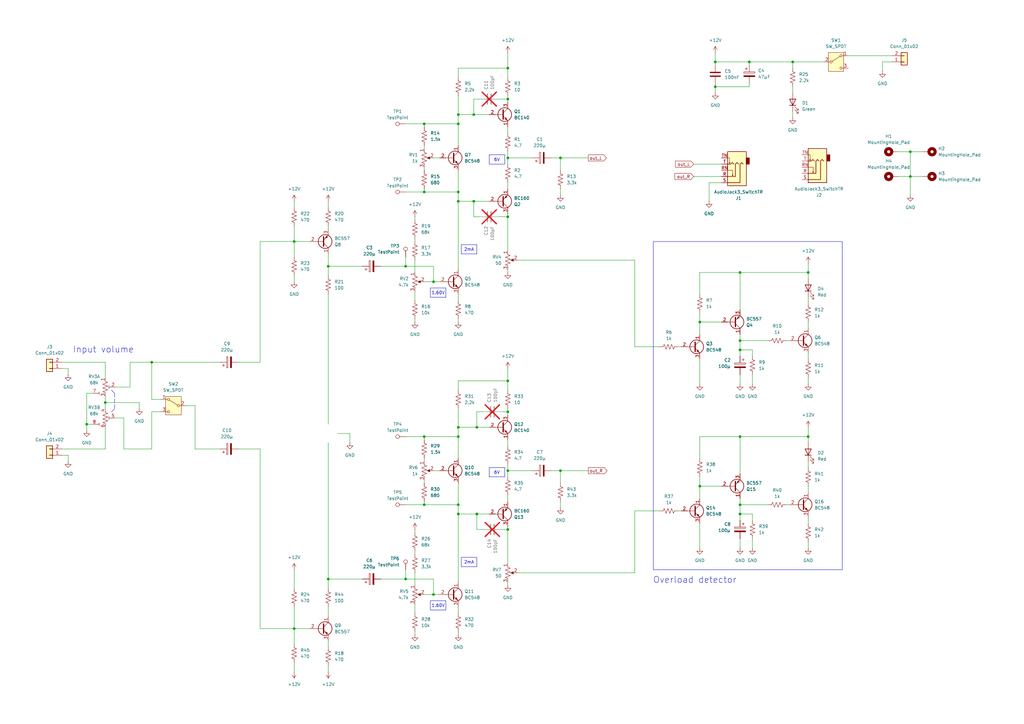
<source format=kicad_sch>
(kicad_sch (version 20250114) (generator "eeschema") (generator_version "9.0")
  (paper "A3")
  (title_block (title "Headphone Amplifier") (date "31 January 2026") (rev "A") (company "QuBi"))
  (rectangle (start 267.97 99.06) (end 345.44 233.68))
  (text "Overload detector" (at 284.988 237.998 0) (effects (font (size 2.54 2.54))))
  (text "Input volume" (at 42.418 143.51 0) (effects (font (size 2.54 2.54))))
  (text_box "1.60V" (at 176.53 118.11 0) (size 6.35 3.81) (margins 0.9525 0.9525 0.9525 0.9525) (effects (font (size 1.27 1.27))))
  (text_box "1.60V" (at 176.53 246.38 0) (size 6.35 3.81) (margins 0.9525 0.9525 0.9525 0.9525) (effects (font (size 1.27 1.27))))
  (text_box "2mA\n" (at 189.23 228.6 0) (size 6.35 3.81) (margins 0.9525 0.9525 0.9525 0.9525) (effects (font (size 1.27 1.27))))
  (text_box "6V\n" (at 200.66 63.5 0) (size 6.35 3.81) (margins 0.9525 0.9525 0.9525 0.9525) (effects (font (size 1.27 1.27))))
  (text_box "2mA\n" (at 189.23 100.33 0) (size 6.35 3.81) (margins 0.9525 0.9525 0.9525 0.9525) (effects (font (size 1.27 1.27))))
  (text_box "6V\n" (at 200.66 191.77 0) (size 6.35 3.81) (margins 0.9525 0.9525 0.9525 0.9525) (effects (font (size 1.27 1.27))))
  (junction (at 43.18 165.1))
  (junction (at 307.34 25.4))
  (junction (at 208.28 168.91))
  (junction (at 62.23 148.59))
  (junction (at 208.28 156.21))
  (junction (at 35.56 173.99))
  (junction (at 293.37 25.4))
  (junction (at 187.96 78.74))
  (junction (at 303.53 210.82))
  (junction (at 173.99 207.01))
  (junction (at 303.53 143.51))
  (junction (at 229.87 193.04))
  (junction (at 373.38 62.23))
  (junction (at 187.96 179.07))
  (junction (at 208.28 40.64))
  (junction (at 166.37 237.49))
  (junction (at 303.53 111.76))
  (junction (at 303.53 139.7))
  (junction (at 177.8 243.84))
  (junction (at 208.28 193.04))
  (junction (at 325.12 25.4))
  (junction (at 177.8 115.57))
  (junction (at 134.62 109.22))
  (junction (at 187.96 175.26))
  (junction (at 195.58 175.26))
  (junction (at 187.96 46.99))
  (junction (at 120.65 99.06))
  (junction (at 303.53 179.07))
  (junction (at 293.37 35.56))
  (junction (at 194.31 82.55))
  (junction (at 173.99 78.74))
  (junction (at 208.28 217.17))
  (junction (at 208.28 64.77))
  (junction (at 173.99 179.07))
  (junction (at 331.47 111.76))
  (junction (at 303.53 207.01))
  (junction (at 287.02 199.39))
  (junction (at 208.28 27.94))
  (junction (at 187.96 210.82))
  (junction (at 194.31 46.99))
  (junction (at 187.96 82.55))
  (junction (at 195.58 210.82))
  (junction (at 208.28 88.9))
  (junction (at 187.96 50.8))
  (junction (at 120.65 257.81))
  (junction (at 287.02 132.08))
  (junction (at 166.37 109.22))
  (junction (at 187.96 207.01))
  (junction (at 229.87 64.77))
  (junction (at 373.38 72.39))
  (junction (at 134.62 237.49))
  (junction (at 331.47 179.07))
  (junction (at 173.99 50.8))
  (wire (pts (xy 170.18 259.08) (xy 170.18 260.35)))
  (wire (pts (xy 303.53 220.98) (xy 303.53 224.79)))
  (wire (pts (xy 331.47 144.78) (xy 331.47 147.32)))
  (wire (pts (xy 278.13 142.24) (xy 279.4 142.24)))
  (wire (pts (xy 290.83 74.93) (xy 295.91 74.93)))
  (wire (pts (xy 120.65 99.06) (xy 127 99.06)))
  (wire (pts (xy 303.53 153.67) (xy 303.53 157.48)))
  (wire (pts (xy 308.61 220.98) (xy 308.61 224.79)))
  (wire (pts (xy 134.62 109.22) (xy 148.59 109.22)))
  (wire (pts (xy 187.96 69.85) (xy 187.96 78.74)))
  (wire (pts (xy 325.12 27.94) (xy 325.12 25.4)))
  (wire (pts (xy 303.53 139.7) (xy 314.96 139.7)))
  (wire (pts (xy 307.34 25.4) (xy 307.34 26.67)))
  (wire (pts (xy 166.37 233.68) (xy 166.37 237.49)))
  (wire (pts (xy 303.53 179.07) (xy 303.53 194.31)))
  (wire (pts (xy 198.12 217.17) (xy 195.58 217.17)))
  (wire (pts (xy 303.53 143.51) (xy 308.61 143.51)))
  (wire (pts (xy 80.01 184.15) (xy 90.17 184.15)))
  (wire (pts (xy 97.79 184.15) (xy 106.68 184.15)))
  (wire (pts (xy 173.99 52.07) (xy 173.99 50.8)))
  (wire (pts (xy 134.62 109.22) (xy 134.62 113.03)))
  (wire (pts (xy 187.96 210.82) (xy 195.58 210.82)))
  (wire (pts (xy 303.53 137.16) (xy 303.53 139.7)))
  (wire (pts (xy 361.95 25.4) (xy 361.95 29.21)))
  (wire (pts (xy 187.96 179.07) (xy 187.96 187.96)))
  (wire (pts (xy 303.53 111.76) (xy 303.53 127)))
  (wire (pts (xy 120.65 271.78) (xy 120.65 275.59)))
  (wire (pts (xy 322.58 207.01) (xy 323.85 207.01)))
  (wire (pts (xy 187.96 39.37) (xy 187.96 46.99)))
  (wire (pts (xy 187.96 210.82) (xy 187.96 238.76)))
  (wire (pts (xy 80.01 166.37) (xy 80.01 184.15)))
  (wire (pts (xy 53.34 148.59) (xy 62.23 148.59)))
  (wire (pts (xy 260.35 142.24) (xy 270.51 142.24)))
  (wire (pts (xy 308.61 213.36) (xy 308.61 210.82)))
  (wire (pts (xy 208.28 180.34) (xy 208.28 182.88)))
  (wire (pts (xy 134.62 82.55) (xy 134.62 85.09)))
  (wire (pts (xy 331.47 134.62) (xy 331.47 132.08)))
  (wire (pts (xy 287.02 199.39) (xy 295.91 199.39)))
  (wire (pts (xy 187.96 259.08) (xy 187.96 260.35)))
  (wire (pts (xy 170.18 130.81) (xy 170.18 132.08)))
  (wire (pts (xy 43.18 162.56) (xy 43.18 165.1)))
  (wire (pts (xy 187.96 82.55) (xy 187.96 110.49)))
  (wire (pts (xy 229.87 69.85) (xy 229.87 64.77)))
  (wire (pts (xy 287.02 111.76) (xy 303.53 111.76)))
  (wire (pts (xy 120.65 99.06) (xy 120.65 105.41)))
  (wire (pts (xy 208.28 110.49) (xy 208.28 111.76)))
  (wire (pts (xy 35.56 161.29) (xy 35.56 173.99)))
  (wire (pts (xy 106.68 148.59) (xy 106.68 99.06)))
  (wire (pts (xy 303.53 139.7) (xy 303.53 143.51)))
  (wire (pts (xy 173.99 78.74) (xy 187.96 78.74)))
  (wire (pts (xy 62.23 184.15) (xy 50.8 184.15)))
  (wire (pts (xy 331.47 201.93) (xy 331.47 199.39)))
  (wire (pts (xy 53.34 158.75) (xy 53.34 148.59)))
  (wire (pts (xy 156.21 109.22) (xy 166.37 109.22)))
  (wire (pts (xy 287.02 214.63) (xy 287.02 224.79)))
  (wire (pts (xy 287.02 132.08) (xy 287.02 137.16)))
  (wire (pts (xy 46.99 171.45) (xy 50.8 171.45)))
  (wire (pts (xy 134.62 237.49) (xy 148.59 237.49)))
  (wire (pts (xy 278.13 209.55) (xy 279.4 209.55)))
  (wire (pts (xy 187.96 248.92) (xy 187.96 251.46)))
  (wire (pts (xy 173.99 68.58) (xy 173.99 69.85)))
  (wire (pts (xy 293.37 35.56) (xy 293.37 38.1)))
  (wire (pts (xy 187.96 160.02) (xy 187.96 156.21)))
  (wire (pts (xy 195.58 175.26) (xy 200.66 175.26)))
  (wire (pts (xy 177.8 193.04) (xy 180.34 193.04)))
  (wire (pts (xy 208.28 217.17) (xy 208.28 231.14)))
  (wire (pts (xy 166.37 109.22) (xy 177.8 109.22)))
  (wire (pts (xy 170.18 226.06) (xy 170.18 227.33)))
  (wire (pts (xy 284.48 67.31) (xy 295.91 67.31)))
  (wire (pts (xy 173.99 243.84) (xy 177.8 243.84)))
  (wire (pts (xy 198.12 168.91) (xy 195.58 168.91)))
  (wire (pts (xy 62.23 168.91) (xy 62.23 184.15)))
  (wire (pts (xy 373.38 72.39) (xy 373.38 80.01)))
  (wire (pts (xy 194.31 40.64) (xy 194.31 46.99)))
  (wire (pts (xy 331.47 107.95) (xy 331.47 111.76)))
  (wire (pts (xy 43.18 154.94) (xy 43.18 148.59)))
  (wire (pts (xy 365.76 25.4) (xy 361.95 25.4)))
  (wire (pts (xy 270.51 209.55) (xy 260.35 209.55)))
  (wire (pts (xy 208.28 27.94) (xy 208.28 31.75)))
  (wire (pts (xy 66.04 168.91) (xy 62.23 168.91)))
  (wire (pts (xy 120.65 257.81) (xy 127 257.81)))
  (wire (pts (xy 208.28 64.77) (xy 218.44 64.77)))
  (wire (pts (xy 27.94 186.69) (xy 27.94 189.23)))
  (wire (pts (xy 187.96 167.64) (xy 187.96 175.26)))
  (wire (pts (xy 331.47 212.09) (xy 331.47 214.63)))
  (wire (pts (xy 325.12 35.56) (xy 325.12 38.1)))
  (wire (pts (xy 187.96 50.8) (xy 187.96 59.69)))
  (wire (pts (xy 195.58 168.91) (xy 195.58 175.26)))
  (wire (pts (xy 308.61 153.67) (xy 308.61 157.48)))
  (wire (pts (xy 170.18 119.38) (xy 170.18 123.19)))
  (wire (pts (xy 194.31 88.9) (xy 194.31 82.55)))
  (wire (pts (xy 194.31 40.64) (xy 196.85 40.64)))
  (wire (pts (xy 166.37 179.07) (xy 173.99 179.07)))
  (wire (pts (xy 187.96 78.74) (xy 187.96 82.55)))
  (wire (pts (xy 106.68 257.81) (xy 120.65 257.81)))
  (wire (pts (xy 25.4 151.13) (xy 27.94 151.13)))
  (wire (pts (xy 205.74 168.91) (xy 208.28 168.91)))
  (wire (pts (xy 331.47 154.94) (xy 331.47 157.48)))
  (wire (pts (xy 166.37 207.01) (xy 173.99 207.01)))
  (wire (pts (xy 208.28 238.76) (xy 208.28 240.03)))
  (wire (pts (xy 43.18 165.1) (xy 43.18 167.64)))
  (wire (pts (xy 303.53 207.01) (xy 314.96 207.01)))
  (wire (pts (xy 170.18 234.95) (xy 170.18 240.03)))
  (wire (pts (xy 229.87 193.04) (xy 241.3 193.04)))
  (polyline (pts (xy 45.72 168.91) (xy 46.99 167.64)) (stroke (width 0) (type dash)))
  (wire (pts (xy 303.53 143.51) (xy 303.53 146.05)))
  (wire (pts (xy 208.28 87.63) (xy 208.28 88.9)))
  (wire (pts (xy 208.28 64.77) (xy 208.28 67.31)))
  (wire (pts (xy 134.62 181.61) (xy 134.62 237.49)))
  (wire (pts (xy 166.37 105.41) (xy 166.37 109.22)))
  (wire (pts (xy 368.3 62.23) (xy 373.38 62.23)))
  (wire (pts (xy 187.96 46.99) (xy 187.96 50.8)))
  (wire (pts (xy 196.85 88.9) (xy 194.31 88.9)))
  (wire (pts (xy 303.53 210.82) (xy 308.61 210.82)))
  (wire (pts (xy 143.51 177.8) (xy 143.51 181.61)))
  (wire (pts (xy 208.28 215.9) (xy 208.28 217.17)))
  (wire (pts (xy 205.74 217.17) (xy 208.28 217.17)))
  (wire (pts (xy 303.53 210.82) (xy 303.53 213.36)))
  (wire (pts (xy 173.99 77.47) (xy 173.99 78.74)))
  (wire (pts (xy 173.99 179.07) (xy 187.96 179.07)))
  (wire (pts (xy 194.31 46.99) (xy 200.66 46.99)))
  (wire (pts (xy 187.96 120.65) (xy 187.96 123.19)))
  (wire (pts (xy 106.68 99.06) (xy 120.65 99.06)))
  (wire (pts (xy 368.3 72.39) (xy 373.38 72.39)))
  (wire (pts (xy 208.28 88.9) (xy 208.28 102.87)))
  (wire (pts (xy 170.18 247.65) (xy 170.18 251.46)))
  (wire (pts (xy 187.96 27.94) (xy 208.28 27.94)))
  (wire (pts (xy 25.4 186.69) (xy 27.94 186.69)))
  (wire (pts (xy 173.99 180.34) (xy 173.99 179.07)))
  (wire (pts (xy 331.47 189.23) (xy 331.47 191.77)))
  (wire (pts (xy 208.28 193.04) (xy 218.44 193.04)))
  (wire (pts (xy 212.09 106.68) (xy 260.35 106.68)))
  (wire (pts (xy 287.02 132.08) (xy 295.91 132.08)))
  (wire (pts (xy 303.53 207.01) (xy 303.53 210.82)))
  (wire (pts (xy 208.28 190.5) (xy 208.28 193.04)))
  (wire (pts (xy 173.99 196.85) (xy 173.99 198.12)))
  (wire (pts (xy 303.53 179.07) (xy 331.47 179.07)))
  (wire (pts (xy 25.4 184.15) (xy 43.18 184.15)))
  (wire (pts (xy 208.28 156.21) (xy 208.28 160.02)))
  (wire (pts (xy 229.87 64.77) (xy 241.3 64.77)))
  (wire (pts (xy 57.15 167.64) (xy 57.15 165.1)))
  (wire (pts (xy 322.58 139.7) (xy 323.85 139.7)))
  (wire (pts (xy 287.02 179.07) (xy 303.53 179.07)))
  (wire (pts (xy 120.65 113.03) (xy 120.65 115.57)))
  (wire (pts (xy 25.4 148.59) (xy 43.18 148.59)))
  (wire (pts (xy 287.02 147.32) (xy 287.02 157.48)))
  (wire (pts (xy 373.38 62.23) (xy 373.38 72.39)))
  (wire (pts (xy 303.53 111.76) (xy 331.47 111.76)))
  (wire (pts (xy 120.65 233.68) (xy 120.65 241.3)))
  (wire (pts (xy 38.1 161.29) (xy 35.56 161.29)))
  (wire (pts (xy 134.62 120.65) (xy 134.62 173.99)))
  (wire (pts (xy 156.21 237.49) (xy 166.37 237.49)))
  (wire (pts (xy 307.34 34.29) (xy 307.34 35.56)))
  (wire (pts (xy 120.65 82.55) (xy 120.65 85.09)))
  (wire (pts (xy 134.62 248.92) (xy 134.62 252.73)))
  (wire (pts (xy 134.62 237.49) (xy 134.62 241.3)))
  (polyline (pts (xy 45.72 160.02) (xy 46.99 161.29)) (stroke (width 0) (type dash)))
  (wire (pts (xy 62.23 148.59) (xy 90.17 148.59)))
  (wire (pts (xy 303.53 204.47) (xy 303.53 207.01)))
  (wire (pts (xy 177.8 64.77) (xy 180.34 64.77)))
  (polyline (pts (xy 46.99 161.29) (xy 46.99 167.64)) (stroke (width 0) (type dash)))
  (wire (pts (xy 208.28 52.07) (xy 208.28 54.61)))
  (wire (pts (xy 173.99 115.57) (xy 177.8 115.57)))
  (wire (pts (xy 46.99 158.75) (xy 53.34 158.75)))
  (wire (pts (xy 208.28 21.59) (xy 208.28 27.94)))
  (wire (pts (xy 287.02 179.07) (xy 287.02 187.96)))
  (wire (pts (xy 208.28 62.23) (xy 208.28 64.77)))
  (wire (pts (xy 187.96 31.75) (xy 187.96 27.94)))
  (wire (pts (xy 187.96 175.26) (xy 187.96 179.07)))
  (wire (pts (xy 173.99 207.01) (xy 187.96 207.01)))
  (wire (pts (xy 284.48 72.39) (xy 295.91 72.39)))
  (wire (pts (xy 134.62 92.71) (xy 134.62 93.98)))
  (wire (pts (xy 38.1 173.99) (xy 35.56 173.99)))
  (wire (pts (xy 120.65 257.81) (xy 120.65 264.16)))
  (wire (pts (xy 229.87 205.74) (xy 229.87 208.28)))
  (wire (pts (xy 293.37 25.4) (xy 293.37 26.67)))
  (wire (pts (xy 66.04 163.83) (xy 62.23 163.83)))
  (wire (pts (xy 177.8 109.22) (xy 177.8 115.57)))
  (wire (pts (xy 166.37 50.8) (xy 173.99 50.8)))
  (wire (pts (xy 170.18 217.17) (xy 170.18 218.44)))
  (wire (pts (xy 194.31 82.55) (xy 200.66 82.55)))
  (wire (pts (xy 35.56 173.99) (xy 35.56 176.53)))
  (wire (pts (xy 177.8 237.49) (xy 177.8 243.84)))
  (wire (pts (xy 208.28 203.2) (xy 208.28 205.74)))
  (wire (pts (xy 331.47 179.07) (xy 331.47 181.61)))
  (wire (pts (xy 166.37 78.74) (xy 173.99 78.74)))
  (wire (pts (xy 208.28 193.04) (xy 208.28 195.58)))
  (wire (pts (xy 97.79 148.59) (xy 106.68 148.59)))
  (wire (pts (xy 204.47 88.9) (xy 208.28 88.9)))
  (wire (pts (xy 331.47 121.92) (xy 331.47 124.46)))
  (wire (pts (xy 120.65 92.71) (xy 120.65 99.06)))
  (wire (pts (xy 170.18 97.79) (xy 170.18 99.06)))
  (wire (pts (xy 331.47 175.26) (xy 331.47 179.07)))
  (wire (pts (xy 166.37 237.49) (xy 177.8 237.49)))
  (wire (pts (xy 173.99 205.74) (xy 173.99 207.01)))
  (wire (pts (xy 76.2 166.37) (xy 80.01 166.37)))
  (wire (pts (xy 325.12 45.72) (xy 325.12 48.26)))
  (wire (pts (xy 195.58 210.82) (xy 200.66 210.82)))
  (wire (pts (xy 287.02 111.76) (xy 287.02 120.65)))
  (wire (pts (xy 208.28 74.93) (xy 208.28 77.47)))
  (wire (pts (xy 195.58 217.17) (xy 195.58 210.82)))
  (wire (pts (xy 208.28 40.64) (xy 208.28 41.91)))
  (wire (pts (xy 212.09 234.95) (xy 260.35 234.95)))
  (wire (pts (xy 293.37 21.59) (xy 293.37 25.4)))
  (wire (pts (xy 307.34 25.4) (xy 325.12 25.4)))
  (wire (pts (xy 187.96 175.26) (xy 195.58 175.26)))
  (wire (pts (xy 331.47 222.25) (xy 331.47 224.79)))
  (wire (pts (xy 373.38 72.39) (xy 378.46 72.39)))
  (wire (pts (xy 134.62 273.05) (xy 134.62 275.59)))
  (wire (pts (xy 287.02 199.39) (xy 287.02 204.47)))
  (wire (pts (xy 307.34 35.56) (xy 293.37 35.56)))
  (wire (pts (xy 308.61 146.05) (xy 308.61 143.51)))
  (wire (pts (xy 138.43 177.8) (xy 143.51 177.8)))
  (wire (pts (xy 170.18 88.9) (xy 170.18 90.17)))
  (wire (pts (xy 325.12 25.4) (xy 337.82 25.4)))
  (wire (pts (xy 134.62 262.89) (xy 134.62 265.43)))
  (wire (pts (xy 204.47 40.64) (xy 208.28 40.64)))
  (wire (pts (xy 293.37 34.29) (xy 293.37 35.56)))
  (wire (pts (xy 173.99 187.96) (xy 173.99 189.23)))
  (wire (pts (xy 173.99 50.8) (xy 187.96 50.8)))
  (wire (pts (xy 226.06 193.04) (xy 229.87 193.04)))
  (wire (pts (xy 187.96 130.81) (xy 187.96 132.08)))
  (wire (pts (xy 229.87 64.77) (xy 226.06 64.77)))
  (wire (pts (xy 170.18 106.68) (xy 170.18 111.76)))
  (wire (pts (xy 106.68 184.15) (xy 106.68 257.81)))
  (wire (pts (xy 27.94 151.13) (xy 27.94 153.67)))
  (wire (pts (xy 62.23 163.83) (xy 62.23 148.59)))
  (wire (pts (xy 173.99 59.69) (xy 173.99 60.96)))
  (wire (pts (xy 187.96 46.99) (xy 194.31 46.99)))
  (wire (pts (xy 208.28 167.64) (xy 208.28 168.91)))
  (wire (pts (xy 120.65 248.92) (xy 120.65 257.81)))
  (wire (pts (xy 287.02 128.27) (xy 287.02 132.08)))
  (wire (pts (xy 229.87 198.12) (xy 229.87 193.04)))
  (wire (pts (xy 229.87 77.47) (xy 229.87 80.01)))
  (wire (pts (xy 187.96 198.12) (xy 187.96 207.01)))
  (wire (pts (xy 208.28 151.13) (xy 208.28 156.21)))
  (wire (pts (xy 260.35 209.55) (xy 260.35 234.95)))
  (wire (pts (xy 347.98 22.86) (xy 365.76 22.86)))
  (wire (pts (xy 208.28 168.91) (xy 208.28 170.18)))
  (wire (pts (xy 43.18 175.26) (xy 43.18 184.15)))
  (wire (pts (xy 373.38 62.23) (xy 378.46 62.23)))
  (wire (pts (xy 208.28 39.37) (xy 208.28 40.64)))
  (wire (pts (xy 290.83 82.55) (xy 290.83 74.93)))
  (wire (pts (xy 177.8 115.57) (xy 180.34 115.57)))
  (wire (pts (xy 134.62 104.14) (xy 134.62 109.22)))
  (wire (pts (xy 260.35 106.68) (xy 260.35 142.24)))
  (wire (pts (xy 187.96 207.01) (xy 187.96 210.82)))
  (wire (pts (xy 50.8 171.45) (xy 50.8 184.15)))
  (wire (pts (xy 187.96 82.55) (xy 194.31 82.55)))
  (wire (pts (xy 331.47 111.76) (xy 331.47 114.3)))
  (wire (pts (xy 293.37 25.4) (xy 307.34 25.4)))
  (wire (pts (xy 187.96 156.21) (xy 208.28 156.21)))
  (wire (pts (xy 57.15 165.1) (xy 43.18 165.1)))
  (wire (pts (xy 177.8 243.84) (xy 180.34 243.84)))
  (wire (pts (xy 287.02 195.58) (xy 287.02 199.39)))
  (global_label "out_R" (shape output) (at 241.3 193.04 0) (property "Intersheetrefs" "${INTERSHEET_REFS}" (effects (hide yes))))
  (global_label "out_R" (shape input) (at 284.48 72.39 180) (property "Intersheetrefs" "${INTERSHEET_REFS}" (effects (hide yes))))
  (global_label "out_L" (shape input) (at 284.48 67.31 180) (property "Intersheetrefs" "${INTERSHEET_REFS}" (effects (hide yes))))
  (global_label "out_L" (shape output) (at 241.3 64.77 0) (property "Intersheetrefs" "${INTERSHEET_REFS}" (effects (hide yes))))
  (symbol (lib_id "Device:R_US") (at 208.28 186.69 0) (unit 1)
    (property "Reference" "R34" (at 210.82 185.4199 0) (effects (justify left)))
    (property "Value" "4.7" (at 210.82 187.9599 0) (effects (justify left)))
    (property "Footprint" "Resistor_THT:R_Axial_DIN0207_L6.3mm_D2.5mm_P10.16mm_Horizontal" (effects (hide yes)))
    (property "Description" "Resistor, US symbol" (effects (hide yes)))
  )
  (symbol (lib_id "power:GND") (at 325.12 48.26 0) (unit 1)
    (property "Reference" "#PWR020" (effects (hide yes)))
    (property "Value" "GND" (at 325.12 53.34 0))
    (property "Description" "Power symbol creates a global label with name \"GND\" , ground" (effects (hide yes)))
  )
  (symbol (lib_id "Device:R_US") (at 170.18 222.25 180) (unit 1)
    (property "Reference" "R26" (at 172.72 220.9799 0) (effects (justify right)))
    (property "Value" "68k" (at 172.72 223.5199 0) (effects (justify right)))
    (property "Footprint" "Resistor_THT:R_Axial_DIN0207_L6.3mm_D2.5mm_P10.16mm_Horizontal" (effects (hide yes)))
    (property "Description" "Resistor, US symbol" (effects (hide yes)))
  )
  (symbol (lib_id "Device:R_US") (at 170.18 102.87 0) (unit 1)
    (property "Reference" "R17" (at 172.72 101.5999 0) (effects (justify left)))
    (property "Value" "3.3k" (at 172.72 104.1399 0) (effects (justify left)))
    (property "Footprint" "Resistor_THT:R_Axial_DIN0207_L6.3mm_D2.5mm_P10.16mm_Horizontal" (effects (hide yes)))
    (property "Description" "Resistor, US symbol" (effects (hide yes)))
  )
  (symbol (lib_id "Mechanical:MountingHole_Pad") (at 365.76 72.39 90) (unit 1) (in_bom no)
    (property "Reference" "H4" (at 364.49 66.04 90))
    (property "Value" "MountingHole_Pad" (at 364.49 68.58 90))
    (property "Footprint" "MountingHole:MountingHole_3.2mm_M3_Pad_Via" (effects (hide yes)))
    (property "Description" "Mounting Hole with connection" (effects (hide yes)))
  )
  (symbol (lib_id "Device:R_Potentiometer_US") (at 170.18 115.57 0) (unit 1)
    (property "Reference" "RV2" (at 167.64 114.2999 0) (effects (justify right)))
    (property "Value" "4.7k" (at 167.64 116.8399 0) (effects (justify right)))
    (property "Footprint" "Potentiometer_THT:Potentiometer_Bourns_3296W_Vertical" (effects (hide yes)))
    (property "Description" "Potentiometer, US symbol" (effects (hide yes)))
  )
  (symbol (lib_id "Transistor_BJT:BC548") (at 284.48 142.24 0) (unit 1)
    (property "Reference" "Q3" (at 289.56 140.9699 0) (effects (justify left)))
    (property "Value" "BC548" (at 289.56 143.5099 0) (effects (justify left)))
    (property "Footprint" "Package_TO_SOT_THT:TO-92L_Inline_Wide" (effects (hide yes)))
    (property "Datasheet" "https://www.onsemi.com/pub/Collateral/BC550-D.pdf" (effects (hide yes)))
    (property "Description" "0.1A Ic, 30V Vce, Small Signal NPN Transistor, TO-92" (effects (hide yes)))
  )
  (symbol (lib_id "power:+12V") (at 120.65 82.55 0) (unit 1)
    (property "Reference" "#PWR015" (effects (hide yes)))
    (property "Value" "+12V" (at 120.65 77.47 0))
    (property "Description" "Power symbol creates a global label with name \"+12V\"" (effects (hide yes)))
  )
  (symbol (lib_id "Transistor_BJT:BC548") (at 328.93 207.01 0) (unit 1)
    (property "Reference" "Q16" (at 334.01 205.7399 0) (effects (justify left)))
    (property "Value" "BC548" (at 334.01 208.2799 0) (effects (justify left)))
    (property "Footprint" "Package_TO_SOT_THT:TO-92L_Inline_Wide" (effects (hide yes)))
    (property "Datasheet" "https://www.onsemi.com/pub/Collateral/BC550-D.pdf" (effects (hide yes)))
    (property "Description" "0.1A Ic, 30V Vce, Small Signal NPN Transistor, TO-92" (effects (hide yes)))
  )
  (symbol (lib_id "Device:R_US") (at 173.99 201.93 0) (unit 1)
    (property "Reference" "R30" (at 176.53 200.6599 0) (effects (justify left)))
    (property "Value" "680" (at 176.53 203.1999 0) (effects (justify left)))
    (property "Footprint" "Resistor_THT:R_Axial_DIN0207_L6.3mm_D2.5mm_P10.16mm_Horizontal" (effects (hide yes)))
    (property "Description" "Resistor, US symbol" (effects (hide yes)))
  )
  (symbol (lib_id "Device:C") (at 293.37 30.48 0) (unit 1)
    (property "Reference" "C5" (at 297.18 29.21 0) (effects (justify left)))
    (property "Value" "100nF" (at 297.18 31.7499 0) (effects (justify left)))
    (property "Footprint" "Capacitor_THT:C_Rect_L7.0mm_W2.0mm_P5.00mm" (effects (hide yes)))
    (property "Description" "Unpolarized capacitor" (effects (hide yes)))
  )
  (symbol (lib_id "Device:C_Polarized") (at 303.53 149.86 0) (mirror y) (unit 1)
    (property "Reference" "C2" (at 299.72 147.7009 0) (effects (justify left)))
    (property "Value" "100µ" (at 299.72 150.2409 0) (effects (justify left)))
    (property "Footprint" "Capacitor_THT:CP_Radial_D10.0mm_P5.00mm" (effects (hide yes)))
    (property "Description" "Polarized capacitor" (effects (hide yes)))
  )
  (symbol (lib_id "Connector_Audio:AudioJack3_SwitchTR") (at 334.01 71.12 180) (unit 1)
    (property "Reference" "J2" (at 335.915 80.01 0))
    (property "Value" "AudioJack3_SwitchTR" (at 335.915 77.47 0))
    (property "Footprint" "Connector_Audio:Jack_3.5mm_CUI_SJ1-3515N_Horizontal" (effects (hide yes)))
    (property "Description" "Audio Jack, 3 Poles (Stereo / TRS), Switched TR Poles (Normalling)" (effects (hide yes)))
  )
  (symbol (lib_id "Device:R_US") (at 229.87 73.66 0) (unit 1)
    (property "Reference" "R13" (at 232.41 72.3899 0) (effects (justify left)))
    (property "Value" "3.3k" (at 232.41 74.9299 0) (effects (justify left)))
    (property "Footprint" "Resistor_THT:R_Axial_DIN0207_L6.3mm_D2.5mm_P10.16mm_Horizontal" (effects (hide yes)))
    (property "Description" "Resistor, US symbol" (effects (hide yes)))
  )
  (symbol (lib_id "ProjectLib_Transient:SW_SPDT") (at 342.9 25.4 0) (unit 1)
    (property "Reference" "SW1" (at 342.9 16.51 0))
    (property "Value" "SW_SPDT" (at 342.9 19.05 0))
    (property "Footprint" "ProjectLib_Transient:SW_CIT_ANT13_SPDT_Straight" (effects (hide yes)))
    (property "Description" "Switch, single pole double throw" (effects (hide yes)))
  )
  (symbol (lib_id "Device:R_US") (at 208.28 35.56 0) (unit 1)
    (property "Reference" "R3" (at 210.82 34.2899 0) (effects (justify left)))
    (property "Value" "10" (at 210.82 36.8299 0) (effects (justify left)))
    (property "Footprint" "Resistor_THT:R_Axial_DIN0207_L6.3mm_D2.5mm_P10.16mm_Horizontal" (effects (hide yes)))
    (property "Description" "Resistor, US symbol" (effects (hide yes)))
  )
  (symbol (lib_id "power:+12V") (at 120.65 275.59 180) (unit 1)
    (property "Reference" "#PWR035" (effects (hide yes)))
    (property "Value" "+12V" (at 120.65 280.67 0))
    (property "Description" "Power symbol creates a global label with name \"+12V\"" (effects (hide yes)))
  )
  (symbol (lib_id "Device:R_US") (at 187.96 163.83 0) (unit 1)
    (property "Reference" "R31" (at 190.5 162.5599 0) (effects (justify left)))
    (property "Value" "2.2k" (at 190.5 165.0999 0) (effects (justify left)))
    (property "Footprint" "Resistor_THT:R_Axial_DIN0207_L6.3mm_D2.5mm_P10.16mm_Horizontal" (effects (hide yes)))
    (property "Description" "Resistor, US symbol" (effects (hide yes)))
  )
  (symbol (lib_id "Device:R_Potentiometer_US") (at 208.28 234.95 0) (unit 1)
    (property "Reference" "RV7" (at 205.74 233.6799 0) (effects (justify right)))
    (property "Value" "50" (at 205.74 236.2199 0) (effects (justify right)))
    (property "Footprint" "Potentiometer_THT:Potentiometer_Bourns_3296W_Vertical" (effects (hide yes)))
    (property "Description" "Potentiometer, US symbol" (effects (hide yes)))
  )
  (symbol (lib_id "Device:R_US") (at 134.62 245.11 0) (unit 1)
    (property "Reference" "R44" (at 137.16 243.8399 0) (effects (justify left)))
    (property "Value" "100" (at 137.16 246.3799 0) (effects (justify left)))
    (property "Footprint" "Resistor_THT:R_Axial_DIN0207_L6.3mm_D2.5mm_P10.16mm_Horizontal" (effects (hide yes)))
    (property "Description" "Resistor, US symbol" (effects (hide yes)))
  )
  (symbol (lib_id "power:GND") (at 57.15 167.64 0) (unit 1)
    (property "Reference" "#PWR016" (effects (hide yes)))
    (property "Value" "GND" (at 57.15 172.72 0))
    (property "Description" "Power symbol creates a global label with name \"GND\" , ground" (effects (hide yes)))
  )
  (symbol (lib_id "Connector_Audio:AudioJack3_SwitchTR") (at 300.99 72.39 180) (unit 1)
    (property "Reference" "J1" (at 302.895 81.28 0))
    (property "Value" "AudioJack3_SwitchTR" (at 302.895 78.74 0))
    (property "Footprint" "Connector_Audio:Jack_6.35mm_Neutrik_NRJ6HM-1-PRE_Horizontal" (effects (hide yes)))
    (property "Description" "Audio Jack, 3 Poles (Stereo / TRS), Switched TR Poles (Normalling)" (effects (hide yes)))
  )
  (symbol (lib_id "power:GND") (at 208.28 111.76 0) (unit 1)
    (property "Reference" "#PWR02" (effects (hide yes)))
    (property "Value" "GND" (at 208.28 116.84 0))
    (property "Description" "Power symbol creates a global label with name \"GND\" , ground" (effects (hide yes)))
  )
  (symbol (lib_id "power:GND") (at 229.87 80.01 0) (unit 1)
    (property "Reference" "#PWR09" (effects (hide yes)))
    (property "Value" "GND" (at 229.87 85.09 0))
    (property "Description" "Power symbol creates a global label with name \"GND\" , ground" (effects (hide yes)))
  )
  (symbol (lib_id "power:GND") (at 293.37 38.1 0) (unit 1)
    (property "Reference" "#PWR022" (effects (hide yes)))
    (property "Value" "GND" (at 293.37 43.18 0))
    (property "Description" "Power symbol creates a global label with name \"GND\" , ground" (effects (hide yes)))
  )
  (symbol (lib_id "Device:R_US") (at 208.28 71.12 0) (unit 1)
    (property "Reference" "R2" (at 210.82 69.8499 0) (effects (justify left)))
    (property "Value" "4.7" (at 210.82 72.3899 0) (effects (justify left)))
    (property "Footprint" "Resistor_THT:R_Axial_DIN0207_L6.3mm_D2.5mm_P10.16mm_Horizontal" (effects (hide yes)))
    (property "Description" "Resistor, US symbol" (effects (hide yes)))
  )
  (symbol (lib_id "power:GND") (at 361.95 29.21 0) (unit 1)
    (property "Reference" "#PWR039" (effects (hide yes)))
    (property "Value" "GND" (at 361.95 34.29 0))
    (property "Description" "Power symbol creates a global label with name \"GND\" , ground" (effects (hide yes)))
  )
  (symbol (lib_id "Device:C_Polarized") (at 152.4 237.49 90) (unit 1)
    (property "Reference" "C6" (at 151.511 229.87 90))
    (property "Value" "220µ" (at 151.511 232.41 90))
    (property "Footprint" "Capacitor_THT:CP_Radial_D10.0mm_P5.00mm" (effects (hide yes)))
    (property "Description" "Polarized capacitor" (effects (hide yes)))
  )
  (symbol (lib_id "Mechanical:MountingHole_Pad") (at 381 62.23 270) (unit 1) (in_bom no)
    (property "Reference" "H2" (at 384.81 60.9599 90) (effects (justify left)))
    (property "Value" "MountingHole_Pad" (at 384.81 63.4999 90) (effects (justify left)))
    (property "Footprint" "MountingHole:MountingHole_3.2mm_M3_Pad_Via" (effects (hide yes)))
    (property "Description" "Mounting Hole with connection" (effects (hide yes)))
  )
  (symbol (lib_id "Transistor_BJT:BC557") (at 300.99 199.39 0) (mirror x) (unit 1)
    (property "Reference" "Q15" (at 306.07 200.6601 0) (effects (justify left)))
    (property "Value" "BC557" (at 306.07 198.1201 0) (effects (justify left)))
    (property "Footprint" "Package_TO_SOT_THT:TO-92L_Inline_Wide" (effects (hide yes)))
    (property "Datasheet" "https://www.onsemi.com/pub/Collateral/BC556BTA-D.pdf" (effects (hide yes)))
    (property "Description" "0.1A Ic, 45V Vce, PNP Small Signal Transistor, TO-92" (effects (hide yes)))
  )
  (symbol (lib_id "power:GND") (at 120.65 115.57 0) (unit 1)
    (property "Reference" "#PWR014" (effects (hide yes)))
    (property "Value" "GND" (at 120.65 120.65 0))
    (property "Description" "Power symbol creates a global label with name \"GND\" , ground" (effects (hide yes)))
  )
  (symbol (lib_id "Device:R_US") (at 331.47 128.27 0) (unit 1)
    (property "Reference" "R12" (at 334.01 126.9999 0) (effects (justify left)))
    (property "Value" "1k" (at 334.01 129.5399 0) (effects (justify left)))
    (property "Footprint" "Resistor_THT:R_Axial_DIN0207_L6.3mm_D2.5mm_P10.16mm_Horizontal" (effects (hide yes)))
    (property "Description" "Resistor, US symbol" (effects (hide yes)))
  )
  (symbol (lib_id "power:+12V") (at 208.28 21.59 0) (unit 1)
    (property "Reference" "#PWR01" (effects (hide yes)))
    (property "Value" "+12V" (at 208.28 16.51 0))
    (property "Description" "Power symbol creates a global label with name \"+12V\"" (effects (hide yes)))
  )
  (symbol (lib_id "Transistor_BJT:BC548") (at 284.48 209.55 0) (unit 1)
    (property "Reference" "Q14" (at 289.56 208.2799 0) (effects (justify left)))
    (property "Value" "BC548" (at 289.56 210.8199 0) (effects (justify left)))
    (property "Footprint" "Package_TO_SOT_THT:TO-92L_Inline_Wide" (effects (hide yes)))
    (property "Datasheet" "https://www.onsemi.com/pub/Collateral/BC550-D.pdf" (effects (hide yes)))
    (property "Description" "0.1A Ic, 30V Vce, Small Signal NPN Transistor, TO-92" (effects (hide yes)))
  )
  (symbol (lib_id "Device:R_Potentiometer_US") (at 170.18 243.84 0) (unit 1)
    (property "Reference" "RV5" (at 167.64 242.5699 0) (effects (justify right)))
    (property "Value" "4.7k" (at 167.64 245.1099 0) (effects (justify right)))
    (property "Footprint" "Potentiometer_THT:Potentiometer_Bourns_3296W_Vertical" (effects (hide yes)))
    (property "Description" "Potentiometer, US symbol" (effects (hide yes)))
  )
  (symbol (lib_id "power:GND") (at 303.53 224.79 0) (unit 1)
    (property "Reference" "#PWR029" (effects (hide yes)))
    (property "Value" "GND" (at 303.53 229.87 0))
    (property "Description" "Power symbol creates a global label with name \"GND\" , ground" (effects (hide yes)))
  )
  (symbol (lib_id "power:+12V") (at 134.62 275.59 180) (unit 1)
    (property "Reference" "#PWR019" (effects (hide yes)))
    (property "Value" "+12V" (at 134.62 280.67 0))
    (property "Description" "Power symbol creates a global label with name \"+12V\"" (effects (hide yes)))
  )
  (symbol (lib_id "power:GND") (at 170.18 132.08 0) (unit 1)
    (property "Reference" "#PWR010" (effects (hide yes)))
    (property "Value" "GND" (at 170.18 137.16 0))
    (property "Description" "Power symbol creates a global label with name \"GND\" , ground" (effects (hide yes)))
  )
  (symbol (lib_id "power:GND") (at 187.96 132.08 0) (unit 1)
    (property "Reference" "#PWR05" (effects (hide yes)))
    (property "Value" "GND" (at 187.96 137.16 0))
    (property "Description" "Power symbol creates a global label with name \"GND\" , ground" (effects (hide yes)))
  )
  (symbol (lib_id "power:GND") (at 373.38 80.01 0) (unit 1)
    (property "Reference" "#PWR034" (effects (hide yes)))
    (property "Value" "GND" (at 373.38 85.09 0))
    (property "Description" "Power symbol creates a global label with name \"GND\" , ground" (effects (hide yes)))
  )
  (symbol (lib_id "Device:R_US") (at 120.65 267.97 0) (unit 1)
    (property "Reference" "R45" (at 123.19 266.6999 0) (effects (justify left)))
    (property "Value" "470" (at 123.19 269.2399 0) (effects (justify left)))
    (property "Footprint" "Resistor_THT:R_Axial_DIN0207_L6.3mm_D2.5mm_P10.16mm_Horizontal" (effects (hide yes)))
    (property "Description" "Resistor, US symbol" (effects (hide yes)))
  )
  (symbol (lib_id "Device:C_Polarized") (at 152.4 109.22 90) (unit 1)
    (property "Reference" "C3" (at 151.511 101.6 90))
    (property "Value" "220µ" (at 151.511 104.14 90))
    (property "Footprint" "Capacitor_THT:CP_Radial_D10.0mm_P5.00mm" (effects (hide yes)))
    (property "Description" "Polarized capacitor" (effects (hide yes)))
  )
  (symbol (lib_id "Device:C_Polarized") (at 303.53 217.17 0) (mirror y) (unit 1)
    (property "Reference" "C8" (at 299.72 215.0109 0) (effects (justify left)))
    (property "Value" "100µ" (at 299.72 217.5509 0) (effects (justify left)))
    (property "Footprint" "Capacitor_THT:CP_Radial_D10.0mm_P5.00mm" (effects (hide yes)))
    (property "Description" "Polarized capacitor" (effects (hide yes)))
  )
  (symbol (lib_id "Connector:TestPoint") (at 166.37 179.07 90) (unit 1)
    (property "Reference" "TP4" (at 163.068 173.99 90))
    (property "Value" "TestPoint" (at 163.068 176.53 90))
    (property "Footprint" "TestPoint:TestPoint_Pad_D2.0mm" (effects (hide yes)))
    (property "Description" "test point" (effects (hide yes)))
  )
  (symbol (lib_id "Device:R_US") (at 325.12 31.75 0) (unit 1)
    (property "Reference" "R25" (at 327.66 30.4799 0) (effects (justify left)))
    (property "Value" "2.2k" (at 327.66 33.0199 0) (effects (justify left)))
    (property "Footprint" "Resistor_THT:R_Axial_DIN0207_L6.3mm_D2.5mm_P10.16mm_Horizontal" (effects (hide yes)))
    (property "Description" "Resistor, US symbol" (effects (hide yes)))
  )
  (symbol (lib_id "power:GND") (at 27.94 189.23 0) (unit 1)
    (property "Reference" "#PWR037" (effects (hide yes)))
    (property "Value" "GND" (at 27.94 194.31 0))
    (property "Description" "Power symbol creates a global label with name \"GND\" , ground" (effects (hide yes)))
  )
  (symbol (lib_id "Transistor_BJT:BC548") (at 328.93 139.7 0) (unit 1)
    (property "Reference" "Q6" (at 334.01 138.4299 0) (effects (justify left)))
    (property "Value" "BC548" (at 334.01 140.9699 0) (effects (justify left)))
    (property "Footprint" "Package_TO_SOT_THT:TO-92L_Inline_Wide" (effects (hide yes)))
    (property "Datasheet" "https://www.onsemi.com/pub/Collateral/BC550-D.pdf" (effects (hide yes)))
    (property "Description" "0.1A Ic, 30V Vce, Small Signal NPN Transistor, TO-92" (effects (hide yes)))
  )
  (symbol (lib_id "Transistor_BJT:BC548") (at 185.42 243.84 0) (unit 1)
    (property "Reference" "Q11" (at 190.5 242.5699 0) (effects (justify left)))
    (property "Value" "BC548" (at 190.5 245.1099 0) (effects (justify left)))
    (property "Footprint" "Package_TO_SOT_THT:TO-92L_Inline_Wide" (effects (hide yes)))
    (property "Datasheet" "https://www.onsemi.com/pub/Collateral/BC550-D.pdf" (effects (hide yes)))
    (property "Description" "0.1A Ic, 30V Vce, Small Signal NPN Transistor, TO-92" (effects (hide yes)))
  )
  (symbol (lib_id "Device:R_US") (at 120.65 245.11 0) (unit 1)
    (property "Reference" "R24" (at 123.19 243.8399 0) (effects (justify left)))
    (property "Value" "470" (at 123.19 246.3799 0) (effects (justify left)))
    (property "Footprint" "Resistor_THT:R_Axial_DIN0207_L6.3mm_D2.5mm_P10.16mm_Horizontal" (effects (hide yes)))
    (property "Description" "Resistor, US symbol" (effects (hide yes)))
  )
  (symbol (lib_id "Device:R_US") (at 120.65 88.9 0) (unit 1)
    (property "Reference" "R22" (at 123.19 87.6299 0) (effects (justify left)))
    (property "Value" "470" (at 123.19 90.1699 0) (effects (justify left)))
    (property "Footprint" "Resistor_THT:R_Axial_DIN0207_L6.3mm_D2.5mm_P10.16mm_Horizontal" (effects (hide yes)))
    (property "Description" "Resistor, US symbol" (effects (hide yes)))
  )
  (symbol (lib_id "Device:R_US") (at 134.62 116.84 0) (unit 1)
    (property "Reference" "R21" (at 137.16 115.5699 0) (effects (justify left)))
    (property "Value" "100" (at 137.16 118.1099 0) (effects (justify left)))
    (property "Footprint" "Resistor_THT:R_Axial_DIN0207_L6.3mm_D2.5mm_P10.16mm_Horizontal" (effects (hide yes)))
    (property "Description" "Resistor, US symbol" (effects (hide yes)))
  )
  (symbol (lib_id "Connector_Generic:Conn_01x02") (at 20.32 151.13 180) (unit 1)
    (property "Reference" "J3" (at 20.32 142.24 0))
    (property "Value" "Conn_01x02" (at 20.32 144.78 0))
    (property "Footprint" "ProjectLib_Transient:WuerthElectronik_WR_TBL_Series_2109_1x02_P2.54mm_Horizontal" (effects (hide yes)))
    (property "Description" "Generic connector, single row, 01x02, script generated (kicad-library-utils/schlib/autogen/connector/)" (effects (hide yes)))
  )
  (symbol (lib_id "power:+12V") (at 331.47 175.26 0) (unit 1)
    (property "Reference" "#PWR031" (effects (hide yes)))
    (property "Value" "+12V" (at 331.47 170.18 0))
    (property "Description" "Power symbol creates a global label with name \"+12V\"" (effects (hide yes)))
  )
  (symbol (lib_id "Device:R_US") (at 170.18 255.27 0) (unit 1)
    (property "Reference" "R28" (at 172.72 253.9999 0) (effects (justify left)))
    (property "Value" "10k" (at 172.72 256.5399 0) (effects (justify left)))
    (property "Footprint" "Resistor_THT:R_Axial_DIN0207_L6.3mm_D2.5mm_P10.16mm_Horizontal" (effects (hide yes)))
    (property "Description" "Resistor, US symbol" (effects (hide yes)))
  )
  (symbol (lib_id "Device:R_US") (at 170.18 127 0) (unit 1)
    (property "Reference" "R16" (at 172.72 125.7299 0) (effects (justify left)))
    (property "Value" "10k" (at 172.72 128.2699 0) (effects (justify left)))
    (property "Footprint" "Resistor_THT:R_Axial_DIN0207_L6.3mm_D2.5mm_P10.16mm_Horizontal" (effects (hide yes)))
    (property "Description" "Resistor, US symbol" (effects (hide yes)))
  )
  (symbol (lib_id "Transistor_BJT:BC548") (at 185.42 193.04 0) (unit 1)
    (property "Reference" "Q10" (at 190.5 191.7699 0) (effects (justify left)))
    (property "Value" "BC548" (at 190.5 194.3099 0) (effects (justify left)))
    (property "Footprint" "Package_TO_SOT_THT:TO-92L_Inline_Wide" (effects (hide yes)))
    (property "Datasheet" "https://www.onsemi.com/pub/Collateral/BC550-D.pdf" (effects (hide yes)))
    (property "Description" "0.1A Ic, 30V Vce, Small Signal NPN Transistor, TO-92" (effects (hide yes)))
  )
  (symbol (lib_id "power:GND") (at 27.94 153.67 0) (unit 1)
    (property "Reference" "#PWR036" (effects (hide yes)))
    (property "Value" "GND" (at 27.94 158.75 0))
    (property "Description" "Power symbol creates a global label with name \"GND\" , ground" (effects (hide yes)))
  )
  (symbol (lib_id "power:GND") (at 187.96 260.35 0) (unit 1)
    (property "Reference" "#PWR025" (effects (hide yes)))
    (property "Value" "GND" (at 187.96 265.43 0))
    (property "Description" "Power symbol creates a global label with name \"GND\" , ground" (effects (hide yes)))
  )
  (symbol (lib_id "Device:R_US") (at 187.96 255.27 0) (unit 1)
    (property "Reference" "R32" (at 190.5 253.9999 0) (effects (justify left)))
    (property "Value" "470" (at 190.5 256.5399 0) (effects (justify left)))
    (property "Footprint" "Resistor_THT:R_Axial_DIN0207_L6.3mm_D2.5mm_P10.16mm_Horizontal" (effects (hide yes)))
    (property "Description" "Resistor, US symbol" (effects (hide yes)))
  )
  (symbol (lib_id "Device:R_US") (at 173.99 184.15 0) (unit 1)
    (property "Reference" "R29" (at 176.53 182.8799 0) (effects (justify left)))
    (property "Value" "1.5k" (at 176.53 185.4199 0) (effects (justify left)))
    (property "Footprint" "Resistor_THT:R_Axial_DIN0207_L6.3mm_D2.5mm_P10.16mm_Horizontal" (effects (hide yes)))
    (property "Description" "Resistor, US symbol" (effects (hide yes)))
  )
  (symbol (lib_id "power:GND") (at 208.28 240.03 0) (unit 1)
    (property "Reference" "#PWR027" (effects (hide yes)))
    (property "Value" "GND" (at 208.28 245.11 0))
    (property "Description" "Power symbol creates a global label with name \"GND\" , ground" (effects (hide yes)))
  )
  (symbol (lib_id "Device:R_US") (at 120.65 109.22 0) (unit 1)
    (property "Reference" "R23" (at 123.19 107.9499 0) (effects (justify left)))
    (property "Value" "470" (at 123.19 110.4899 0) (effects (justify left)))
    (property "Footprint" "Resistor_THT:R_Axial_DIN0207_L6.3mm_D2.5mm_P10.16mm_Horizontal" (effects (hide yes)))
    (property "Description" "Resistor, US symbol" (effects (hide yes)))
  )
  (symbol (lib_id "Device:R_US") (at 331.47 195.58 0) (unit 1)
    (property "Reference" "R41" (at 334.01 194.3099 0) (effects (justify left)))
    (property "Value" "1k" (at 334.01 196.8499 0) (effects (justify left)))
    (property "Footprint" "Resistor_THT:R_Axial_DIN0207_L6.3mm_D2.5mm_P10.16mm_Horizontal" (effects (hide yes)))
    (property "Description" "Resistor, US symbol" (effects (hide yes)))
  )
  (symbol (lib_id "ProjectLib_Transient:R_Potentiometer_Dual_Shield_US") (at 43.18 158.75 0) (unit 1)
    (property "Reference" "RV3" (at 38.608 154.432 0))
    (property "Value" "68k" (at 38.608 156.972 0))
    (property "Footprint" "ProjectLib_Transient:Potentiometer_Bourns_PTV112-4_Dual_Vertical" (effects (hide yes)))
    (property "Description" "Dual potentiometer (US symbol) with shield connection" (effects (hide yes)))
  )
  (symbol (lib_id "Device:R_US") (at 134.62 88.9 0) (unit 1)
    (property "Reference" "R20" (at 137.16 87.6299 0) (effects (justify left)))
    (property "Value" "470" (at 137.16 90.1699 0) (effects (justify left)))
    (property "Footprint" "Resistor_THT:R_Axial_DIN0207_L6.3mm_D2.5mm_P10.16mm_Horizontal" (effects (hide yes)))
    (property "Description" "Resistor, US symbol" (effects (hide yes)))
  )
  (symbol (lib_id "Device:R_US") (at 331.47 218.44 0) (unit 1)
    (property "Reference" "R42" (at 334.01 217.1699 0) (effects (justify left)))
    (property "Value" "1k" (at 334.01 219.7099 0) (effects (justify left)))
    (property "Footprint" "Resistor_THT:R_Axial_DIN0207_L6.3mm_D2.5mm_P10.16mm_Horizontal" (effects (hide yes)))
    (property "Description" "Resistor, US symbol" (effects (hide yes)))
  )
  (symbol (lib_id "Transistor_BJT:BC557") (at 132.08 257.81 0) (unit 1)
    (property "Reference" "Q9" (at 137.16 256.5399 0) (effects (justify left)))
    (property "Value" "BC557" (at 137.16 259.0799 0) (effects (justify left)))
    (property "Footprint" "Package_TO_SOT_THT:TO-92L_Inline_Wide" (effects (hide yes)))
    (property "Datasheet" "https://www.onsemi.com/pub/Collateral/BC556BTA-D.pdf" (effects (hide yes)))
    (property "Description" "0.1A Ic, 45V Vce, PNP Small Signal Transistor, TO-92" (effects (hide yes)))
  )
  (symbol (lib_id "Connector_Generic:Conn_01x02") (at 370.84 25.4 0) (mirror x) (unit 1)
    (property "Reference" "J5" (at 370.84 16.51 0))
    (property "Value" "Conn_01x02" (at 370.84 19.05 0))
    (property "Footprint" "ProjectLib_Transient:WuerthElectronik_WR_TBL_Series_2545_1x02_P5.08mm_Horizontal" (effects (hide yes)))
    (property "Description" "Generic connector, single row, 01x02, script generated (kicad-library-utils/schlib/autogen/connector/)" (effects (hide yes)))
  )
  (symbol (lib_id "Device:R_US") (at 208.28 163.83 0) (unit 1)
    (property "Reference" "R33" (at 210.82 162.5599 0) (effects (justify left)))
    (property "Value" "10" (at 210.82 165.0999 0) (effects (justify left)))
    (property "Footprint" "Resistor_THT:R_Axial_DIN0207_L6.3mm_D2.5mm_P10.16mm_Horizontal" (effects (hide yes)))
    (property "Description" "Resistor, US symbol" (effects (hide yes)))
  )
  (symbol (lib_id "Device:R_US") (at 170.18 93.98 180) (unit 1)
    (property "Reference" "R19" (at 172.72 92.7099 0) (effects (justify right)))
    (property "Value" "68k" (at 172.72 95.2499 0) (effects (justify right)))
    (property "Footprint" "Resistor_THT:R_Axial_DIN0207_L6.3mm_D2.5mm_P10.16mm_Horizontal" (effects (hide yes)))
    (property "Description" "Resistor, US symbol" (effects (hide yes)))
  )
  (symbol (lib_id "Device:LED") (at 331.47 118.11 90) (unit 1)
    (property "Reference" "D4" (at 335.28 118.4274 90) (effects (justify right)))
    (property "Value" "Red" (at 335.28 120.9674 90) (effects (justify right)))
    (property "Footprint" "LED_THT:LED_D3.0mm" (effects (hide yes)))
    (property "Description" "Light emitting diode" (effects (hide yes)))
    (property "Sim.Pins" "1=K 2=A" (effects (hide yes)))
  )
  (symbol (lib_id "Device:C_Polarized") (at 222.25 64.77 90) (unit 1)
    (property "Reference" "C1" (at 221.361 57.15 90))
    (property "Value" "220µ" (at 221.361 59.69 90))
    (property "Footprint" "Capacitor_THT:CP_Radial_D10.0mm_P5.00mm" (effects (hide yes)))
    (property "Description" "Polarized capacitor" (effects (hide yes)))
  )
  (symbol (lib_id "Device:R_US") (at 208.28 199.39 0) (unit 1)
    (property "Reference" "R35" (at 210.82 198.1199 0) (effects (justify left)))
    (property "Value" "4.7" (at 210.82 200.6599 0) (effects (justify left)))
    (property "Footprint" "Resistor_THT:R_Axial_DIN0207_L6.3mm_D2.5mm_P10.16mm_Horizontal" (effects (hide yes)))
    (property "Description" "Resistor, US symbol" (effects (hide yes)))
  )
  (symbol (lib_id "Device:R_US") (at 287.02 191.77 0) (unit 1)
    (property "Reference" "R38" (at 289.56 190.4999 0) (effects (justify left)))
    (property "Value" "1k" (at 289.56 193.0399 0) (effects (justify left)))
    (property "Footprint" "Resistor_THT:R_Axial_DIN0207_L6.3mm_D2.5mm_P10.16mm_Horizontal" (effects (hide yes)))
    (property "Description" "Resistor, US symbol" (effects (hide yes)))
  )
  (symbol (lib_id "Device:LED") (at 331.47 185.42 90) (unit 1)
    (property "Reference" "D2" (at 335.28 185.7374 90) (effects (justify right)))
    (property "Value" "Red" (at 335.28 188.2774 90) (effects (justify right)))
    (property "Footprint" "LED_THT:LED_D3.0mm" (effects (hide yes)))
    (property "Description" "Light emitting diode" (effects (hide yes)))
    (property "Sim.Pins" "1=K 2=A" (effects (hide yes)))
  )
  (symbol (lib_id "Device:R_US") (at 308.61 149.86 0) (unit 1)
    (property "Reference" "R9" (at 311.15 148.5899 0) (effects (justify left)))
    (property "Value" "1k" (at 311.15 151.1299 0) (effects (justify left)))
    (property "Footprint" "Resistor_THT:R_Axial_DIN0207_L6.3mm_D2.5mm_P10.16mm_Horizontal" (effects (hide yes)))
    (property "Description" "Resistor, US symbol" (effects (hide yes)))
  )
  (symbol (lib_id "Transistor_BJT:BC160") (at 205.74 82.55 0) (mirror x) (unit 1)
    (property "Reference" "Q2" (at 210.82 83.8201 0) (effects (justify left)))
    (property "Value" "BC160" (at 210.82 81.2801 0) (effects (justify left)))
    (property "Footprint" "Package_TO_SOT_THT:TO-39-3" (effects (hide yes)))
    (property "Datasheet" "http://www.farnell.com/datasheets/1697389.pdf" (effects (hide yes)))
    (property "Description" "1A Ic, 40V Vce, Power PNP Transistor, TO-39" (effects (hide yes)))
  )
  (symbol (lib_id "power:+12V") (at 170.18 88.9 0) (unit 1)
    (property "Reference" "#PWR011" (effects (hide yes)))
    (property "Value" "+12V" (at 170.18 83.82 0))
    (property "Description" "Power symbol creates a global label with name \"+12V\"" (effects (hide yes)))
  )
  (symbol (lib_id "Device:C_Polarized") (at 307.34 30.48 0) (unit 1)
    (property "Reference" "C4" (at 310.896 28.956 0) (effects (justify left)))
    (property "Value" "47µF" (at 310.896 31.496 0) (effects (justify left)))
    (property "Footprint" "Capacitor_THT:CP_Radial_D10.0mm_P5.00mm" (effects (hide yes)))
    (property "Description" "Polarized capacitor" (effects (hide yes)))
  )
  (symbol (lib_id "Device:R_US") (at 187.96 35.56 0) (unit 1)
    (property "Reference" "R5" (at 190.5 34.2899 0) (effects (justify left)))
    (property "Value" "2.2k" (at 190.5 36.8299 0) (effects (justify left)))
    (property "Footprint" "Resistor_THT:R_Axial_DIN0207_L6.3mm_D2.5mm_P10.16mm_Horizontal" (effects (hide yes)))
    (property "Description" "Resistor, US symbol" (effects (hide yes)))
  )
  (symbol (lib_id "power:GND") (at 229.87 208.28 0) (unit 1)
    (property "Reference" "#PWR033" (effects (hide yes)))
    (property "Value" "GND" (at 229.87 213.36 0))
    (property "Description" "Power symbol creates a global label with name \"GND\" , ground" (effects (hide yes)))
  )
  (symbol (lib_id "Device:R_US") (at 274.32 209.55 90) (unit 1)
    (property "Reference" "R37" (at 274.32 203.5908 90))
    (property "Value" "1k" (at 274.32 206.1308 90))
    (property "Footprint" "Resistor_THT:R_Axial_DIN0207_L6.3mm_D2.5mm_P10.16mm_Horizontal" (effects (hide yes)))
    (property "Description" "Resistor, US symbol" (effects (hide yes)))
  )
  (symbol (lib_id "Device:R_US") (at 318.77 139.7 90) (unit 1)
    (property "Reference" "R10" (at 318.77 133.7408 90))
    (property "Value" "1k" (at 318.77 136.2808 90))
    (property "Footprint" "Resistor_THT:R_Axial_DIN0207_L6.3mm_D2.5mm_P10.16mm_Horizontal" (effects (hide yes)))
    (property "Description" "Resistor, US symbol" (effects (hide yes)))
  )
  (symbol (lib_id "Device:R_US") (at 229.87 201.93 0) (unit 1)
    (property "Reference" "R43" (at 232.41 200.6599 0) (effects (justify left)))
    (property "Value" "3.3k" (at 232.41 203.1999 0) (effects (justify left)))
    (property "Footprint" "Resistor_THT:R_Axial_DIN0207_L6.3mm_D2.5mm_P10.16mm_Horizontal" (effects (hide yes)))
    (property "Description" "Resistor, US symbol" (effects (hide yes)))
  )
  (symbol (lib_id "Device:R_US") (at 134.62 269.24 0) (unit 1)
    (property "Reference" "R18" (at 137.16 267.9699 0) (effects (justify left)))
    (property "Value" "470" (at 137.16 270.5099 0) (effects (justify left)))
    (property "Footprint" "Resistor_THT:R_Axial_DIN0207_L6.3mm_D2.5mm_P10.16mm_Horizontal" (effects (hide yes)))
    (property "Description" "Resistor, US symbol" (effects (hide yes)))
  )
  (symbol (lib_id "power:+12V") (at 331.47 107.95 0) (unit 1)
    (property "Reference" "#PWR04" (effects (hide yes)))
    (property "Value" "+12V" (at 331.47 102.87 0))
    (property "Description" "Power symbol creates a global label with name \"+12V\"" (effects (hide yes)))
  )
  (symbol (lib_id "Device:R_US") (at 173.99 73.66 0) (unit 1)
    (property "Reference" "R15" (at 176.53 72.3899 0) (effects (justify left)))
    (property "Value" "680" (at 176.53 74.9299 0) (effects (justify left)))
    (property "Footprint" "Resistor_THT:R_Axial_DIN0207_L6.3mm_D2.5mm_P10.16mm_Horizontal" (effects (hide yes)))
    (property "Description" "Resistor, US symbol" (effects (hide yes)))
  )
  (symbol (lib_id "Transistor_BJT:BC160") (at 205.74 210.82 0) (mirror x) (unit 1)
    (property "Reference" "Q13" (at 210.82 212.0901 0) (effects (justify left)))
    (property "Value" "BC160" (at 210.82 209.5501 0) (effects (justify left)))
    (property "Footprint" "Package_TO_SOT_THT:TO-39-3" (effects (hide yes)))
    (property "Datasheet" "http://www.farnell.com/datasheets/1697389.pdf" (effects (hide yes)))
    (property "Description" "1A Ic, 40V Vce, Power PNP Transistor, TO-39" (effects (hide yes)))
  )
  (symbol (lib_id "Connector:TestPoint") (at 166.37 50.8 90) (unit 1)
    (property "Reference" "TP1" (at 163.068 45.72 90))
    (property "Value" "TestPoint" (at 163.068 48.26 90))
    (property "Footprint" "TestPoint:TestPoint_Pad_D2.0mm" (effects (hide yes)))
    (property "Description" "test point" (effects (hide yes)))
  )
  (symbol (lib_id "Device:R_US") (at 170.18 231.14 0) (unit 1)
    (property "Reference" "R27" (at 172.72 229.8699 0) (effects (justify left)))
    (property "Value" "3.3k" (at 172.72 232.4099 0) (effects (justify left)))
    (property "Footprint" "Resistor_THT:R_Axial_DIN0207_L6.3mm_D2.5mm_P10.16mm_Horizontal" (effects (hide yes)))
    (property "Description" "Resistor, US symbol" (effects (hide yes)))
  )
  (symbol (lib_id "Device:LED") (at 325.12 41.91 90) (unit 1)
    (property "Reference" "D1" (at 328.93 42.2274 90) (effects (justify right)))
    (property "Value" "Green" (at 328.93 44.7674 90) (effects (justify right)))
    (property "Footprint" "LED_THT:LED_D3.0mm" (effects (hide yes)))
    (property "Description" "Light emitting diode" (effects (hide yes)))
    (property "Sim.Pins" "1=K 2=A" (effects (hide yes)))
  )
  (symbol (lib_id "Transistor_BJT:BC557") (at 132.08 99.06 0) (mirror x) (unit 1)
    (property "Reference" "Q8" (at 137.16 100.3301 0) (effects (justify left)))
    (property "Value" "BC557" (at 137.16 97.7901 0) (effects (justify left)))
    (property "Footprint" "Package_TO_SOT_THT:TO-92L_Inline_Wide" (effects (hide yes)))
    (property "Datasheet" "https://www.onsemi.com/pub/Collateral/BC556BTA-D.pdf" (effects (hide yes)))
    (property "Description" "0.1A Ic, 45V Vce, PNP Small Signal Transistor, TO-92" (effects (hide yes)))
  )
  (symbol (lib_id "Transistor_BJT:BC140") (at 205.74 46.99 0) (unit 1)
    (property "Reference" "Q1" (at 210.82 45.7199 0) (effects (justify left)))
    (property "Value" "BC140" (at 210.82 48.2599 0) (effects (justify left)))
    (property "Footprint" "Package_TO_SOT_THT:TO-39-3" (effects (hide yes)))
    (property "Datasheet" "http://www.farnell.com/datasheets/296634.pdf" (effects (hide yes)))
    (property "Description" "1A Ic, 40V Vce, NPN Transistor, TO-39" (effects (hide yes)))
  )
  (symbol (lib_id "power:+12V") (at 120.65 233.68 0) (unit 1)
    (property "Reference" "#PWR038" (effects (hide yes)))
    (property "Value" "+12V" (at 120.65 228.6 0))
    (property "Description" "Power symbol creates a global label with name \"+12V\"" (effects (hide yes)))
  )
  (symbol (lib_id "Device:C_Polarized") (at 222.25 193.04 90) (unit 1)
    (property "Reference" "C7" (at 221.361 185.42 90))
    (property "Value" "220µ" (at 221.361 187.96 90))
    (property "Footprint" "Capacitor_THT:CP_Radial_D10.0mm_P5.00mm" (effects (hide yes)))
    (property "Description" "Polarized capacitor" (effects (hide yes)))
  )
  (symbol (lib_id "Mechanical:MountingHole_Pad") (at 381 72.39 270) (unit 1) (in_bom no)
    (property "Reference" "H3" (at 384.81 71.1199 90) (effects (justify left)))
    (property "Value" "MountingHole_Pad" (at 384.81 73.6599 90) (effects (justify left)))
    (property "Footprint" "MountingHole:MountingHole_3.2mm_M3_Pad_Via" (effects (hide yes)))
    (property "Description" "Mounting Hole with connection" (effects (hide yes)))
  )
  (symbol (lib_id "Device:R_Potentiometer_US") (at 173.99 193.04 0) (unit 1)
    (property "Reference" "RV6" (at 171.45 191.7699 0) (effects (justify right)))
    (property "Value" "1k" (at 171.45 194.3099 0) (effects (justify right)))
    (property "Footprint" "Potentiometer_THT:Potentiometer_Bourns_3296W_Vertical" (effects (hide yes)))
    (property "Description" "Potentiometer, US symbol" (effects (hide yes)))
  )
  (symbol (lib_id "power:GND") (at 287.02 224.79 0) (unit 1)
    (property "Reference" "#PWR028" (effects (hide yes)))
    (property "Value" "GND" (at 287.02 229.87 0))
    (property "Description" "Power symbol creates a global label with name \"GND\" , ground" (effects (hide yes)))
  )
  (symbol (lib_id "power:GND") (at 35.56 176.53 0) (unit 1)
    (property "Reference" "#PWR012" (effects (hide yes)))
    (property "Value" "GND" (at 35.56 181.61 0))
    (property "Description" "Power symbol creates a global label with name \"GND\" , ground" (effects (hide yes)))
  )
  (symbol (lib_id "power:GND") (at 331.47 224.79 0) (unit 1)
    (property "Reference" "#PWR032" (effects (hide yes)))
    (property "Value" "GND" (at 331.47 229.87 0))
    (property "Description" "Power symbol creates a global label with name \"GND\" , ground" (effects (hide yes)))
  )
  (symbol (lib_id "power:+12V") (at 170.18 217.17 0) (unit 1)
    (property "Reference" "#PWR023" (effects (hide yes)))
    (property "Value" "+12V" (at 170.18 212.09 0))
    (property "Description" "Power symbol creates a global label with name \"+12V\"" (effects (hide yes)))
  )
  (symbol (lib_id "power:+12V") (at 293.37 21.59 0) (unit 1)
    (property "Reference" "#PWR021" (effects (hide yes)))
    (property "Value" "+12V" (at 293.37 16.51 0))
    (property "Description" "Power symbol creates a global label with name \"+12V\"" (effects (hide yes)))
  )
  (symbol (lib_id "Device:R_US") (at 208.28 58.42 0) (unit 1)
    (property "Reference" "R1" (at 210.82 57.1499 0) (effects (justify left)))
    (property "Value" "4.7" (at 210.82 59.6899 0) (effects (justify left)))
    (property "Footprint" "Resistor_THT:R_Axial_DIN0207_L6.3mm_D2.5mm_P10.16mm_Horizontal" (effects (hide yes)))
    (property "Description" "Resistor, US symbol" (effects (hide yes)))
  )
  (symbol (lib_id "Transistor_BJT:BC140") (at 205.74 175.26 0) (unit 1)
    (property "Reference" "Q12" (at 210.82 173.9899 0) (effects (justify left)))
    (property "Value" "BC140" (at 210.82 176.5299 0) (effects (justify left)))
    (property "Footprint" "Package_TO_SOT_THT:TO-39-3" (effects (hide yes)))
    (property "Datasheet" "http://www.farnell.com/datasheets/296634.pdf" (effects (hide yes)))
    (property "Description" "1A Ic, 40V Vce, NPN Transistor, TO-39" (effects (hide yes)))
  )
  (symbol (lib_id "Device:R_Potentiometer_US") (at 208.28 106.68 0) (unit 1)
    (property "Reference" "RV4" (at 205.74 105.4099 0) (effects (justify right)))
    (property "Value" "50" (at 205.74 107.9499 0) (effects (justify right)))
    (property "Footprint" "Potentiometer_THT:Potentiometer_Bourns_3296W_Vertical" (effects (hide yes)))
    (property "Description" "Potentiometer, US symbol" (effects (hide yes)))
  )
  (symbol (lib_id "Transistor_BJT:BC548") (at 185.42 115.57 0) (unit 1)
    (property "Reference" "Q5" (at 190.5 114.2999 0) (effects (justify left)))
    (property "Value" "BC548" (at 190.5 116.8399 0) (effects (justify left)))
    (property "Footprint" "Package_TO_SOT_THT:TO-92L_Inline_Wide" (effects (hide yes)))
    (property "Datasheet" "https://www.onsemi.com/pub/Collateral/BC550-D.pdf" (effects (hide yes)))
    (property "Description" "0.1A Ic, 30V Vce, Small Signal NPN Transistor, TO-92" (effects (hide yes)))
  )
  (symbol (lib_id "Connector:TestPoint") (at 166.37 105.41 0) (mirror y) (unit 1)
    (property "Reference" "TP3" (at 163.83 100.8379 0) (effects (justify left)))
    (property "Value" "TestPoint" (at 163.83 103.3779 0) (effects (justify left)))
    (property "Footprint" "TestPoint:TestPoint_Pad_D2.0mm" (effects (hide yes)))
    (property "Description" "test point" (effects (hide yes)))
  )
  (symbol (lib_id "Device:R_US") (at 308.61 217.17 0) (unit 1)
    (property "Reference" "R39" (at 311.15 215.8999 0) (effects (justify left)))
    (property "Value" "1k" (at 311.15 218.4399 0) (effects (justify left)))
    (property "Footprint" "Resistor_THT:R_Axial_DIN0207_L6.3mm_D2.5mm_P10.16mm_Horizontal" (effects (hide yes)))
    (property "Description" "Resistor, US symbol" (effects (hide yes)))
  )
  (symbol (lib_id "Device:C") (at 201.93 217.17 90) (mirror x) (unit 1) (dnp yes)
    (property "Reference" "C14" (at 200.66 220.98 0) (effects (justify left)))
    (property "Value" "100pF" (at 203.1999 220.98 0) (effects (justify left)))
    (property "Footprint" "Capacitor_THT:C_Rect_L7.0mm_W2.0mm_P5.00mm" (effects (hide yes)))
    (property "Description" "Unpolarized capacitor" (effects (hide yes)))
  )
  (symbol (lib_id "power:GND") (at 170.18 260.35 0) (unit 1)
    (property "Reference" "#PWR024" (effects (hide yes)))
    (property "Value" "GND" (at 170.18 265.43 0))
    (property "Description" "Power symbol creates a global label with name \"GND\" , ground" (effects (hide yes)))
  )
  (symbol (lib_id "Device:R_US") (at 331.47 151.13 0) (unit 1)
    (property "Reference" "R11" (at 334.01 149.8599 0) (effects (justify left)))
    (property "Value" "1k" (at 334.01 152.3999 0) (effects (justify left)))
    (property "Footprint" "Resistor_THT:R_Axial_DIN0207_L6.3mm_D2.5mm_P10.16mm_Horizontal" (effects (hide yes)))
    (property "Description" "Resistor, US symbol" (effects (hide yes)))
  )
  (symbol (lib_id "Device:R_US") (at 318.77 207.01 90) (unit 1)
    (property "Reference" "R40" (at 318.77 201.0508 90))
    (property "Value" "1k" (at 318.77 203.5908 90))
    (property "Footprint" "Resistor_THT:R_Axial_DIN0207_L6.3mm_D2.5mm_P10.16mm_Horizontal" (effects (hide yes)))
    (property "Description" "Resistor, US symbol" (effects (hide yes)))
  )
  (symbol (lib_id "Device:C") (at 200.66 88.9 90) (mirror x) (unit 1) (dnp yes)
    (property "Reference" "C12" (at 199.39 92.71 0) (effects (justify left)))
    (property "Value" "100pF" (at 201.9299 92.71 0) (effects (justify left)))
    (property "Footprint" "Capacitor_THT:C_Rect_L7.0mm_W2.0mm_P5.00mm" (effects (hide yes)))
    (property "Description" "Unpolarized capacitor" (effects (hide yes)))
  )
  (symbol (lib_id "Device:C_Polarized") (at 93.98 184.15 90) (unit 1)
    (property "Reference" "C10" (at 93.091 176.53 90))
    (property "Value" "220µ" (at 93.091 179.07 90))
    (property "Footprint" "Capacitor_THT:CP_Radial_D10.0mm_P5.00mm" (effects (hide yes)))
    (property "Description" "Polarized capacitor" (effects (hide yes)))
  )
  (symbol (lib_id "power:+12V") (at 208.28 151.13 0) (unit 1)
    (property "Reference" "#PWR026" (effects (hide yes)))
    (property "Value" "+12V" (at 208.28 146.05 0))
    (property "Description" "Power symbol creates a global label with name \"+12V\"" (effects (hide yes)))
  )
  (symbol (lib_id "Device:R_Potentiometer_US") (at 173.99 64.77 0) (unit 1)
    (property "Reference" "RV1" (at 171.45 63.4999 0) (effects (justify right)))
    (property "Value" "1k" (at 171.45 66.0399 0) (effects (justify right)))
    (property "Footprint" "Potentiometer_THT:Potentiometer_Bourns_3296W_Vertical" (effects (hide yes)))
    (property "Description" "Potentiometer, US symbol" (effects (hide yes)))
  )
  (symbol (lib_id "Device:R_US") (at 173.99 55.88 0) (unit 1)
    (property "Reference" "R14" (at 176.53 54.6099 0) (effects (justify left)))
    (property "Value" "1.5k" (at 176.53 57.1499 0) (effects (justify left)))
    (property "Footprint" "Resistor_THT:R_Axial_DIN0207_L6.3mm_D2.5mm_P10.16mm_Horizontal" (effects (hide yes)))
    (property "Description" "Resistor, US symbol" (effects (hide yes)))
  )
  (symbol (lib_id "Transistor_BJT:BC548") (at 185.42 64.77 0) (unit 1)
    (property "Reference" "Q7" (at 190.5 63.4999 0) (effects (justify left)))
    (property "Value" "BC548" (at 190.5 66.0399 0) (effects (justify left)))
    (property "Footprint" "Package_TO_SOT_THT:TO-92L_Inline_Wide" (effects (hide yes)))
    (property "Datasheet" "https://www.onsemi.com/pub/Collateral/BC550-D.pdf" (effects (hide yes)))
    (property "Description" "0.1A Ic, 30V Vce, Small Signal NPN Transistor, TO-92" (effects (hide yes)))
  )
  (symbol (lib_id "Transistor_BJT:BC557") (at 300.99 132.08 0) (mirror x) (unit 1)
    (property "Reference" "Q4" (at 306.07 133.3501 0) (effects (justify left)))
    (property "Value" "BC557" (at 306.07 130.8101 0) (effects (justify left)))
    (property "Footprint" "Package_TO_SOT_THT:TO-92L_Inline_Wide" (effects (hide yes)))
    (property "Datasheet" "https://www.onsemi.com/pub/Collateral/BC556BTA-D.pdf" (effects (hide yes)))
    (property "Description" "0.1A Ic, 45V Vce, PNP Small Signal Transistor, TO-92" (effects (hide yes)))
  )
  (symbol (lib_id "ProjectLib_Transient:SW_SPDT") (at 71.12 166.37 0) (mirror y) (unit 1)
    (property "Reference" "SW2" (at 71.12 157.48 0))
    (property "Value" "SW_SPDT" (at 71.12 160.02 0))
    (property "Footprint" "ProjectLib_Transient:SW_CIT_ANT13_SPDT_Straight" (effects (hide yes)))
    (property "Description" "Switch, single pole double throw" (effects (hide yes)))
  )
  (symbol (lib_id "power:GND") (at 290.83 82.55 0) (unit 1)
    (property "Reference" "#PWR017" (effects (hide yes)))
    (property "Value" "GND" (at 290.83 87.63 0))
    (property "Description" "Power symbol creates a global label with name \"GND\" , ground" (effects (hide yes)))
  )
  (symbol (lib_id "Connector:TestPoint") (at 166.37 78.74 90) (unit 1)
    (property "Reference" "TP2" (at 163.068 73.66 90))
    (property "Value" "TestPoint" (at 163.068 76.2 90))
    (property "Footprint" "TestPoint:TestPoint_Pad_D2.0mm" (effects (hide yes)))
    (property "Description" "test point" (effects (hide yes)))
  )
  (symbol (lib_id "Device:C_Polarized") (at 93.98 148.59 90) (unit 1)
    (property "Reference" "C9" (at 93.091 140.97 90))
    (property "Value" "220µ" (at 93.091 143.51 90))
    (property "Footprint" "Capacitor_THT:CP_Radial_D10.0mm_P5.00mm" (effects (hide yes)))
    (property "Description" "Polarized capacitor" (effects (hide yes)))
  )
  (symbol (lib_id "Device:R_US") (at 187.96 127 0) (unit 1)
    (property "Reference" "R8" (at 190.5 125.7299 0) (effects (justify left)))
    (property "Value" "470" (at 190.5 128.2699 0) (effects (justify left)))
    (property "Footprint" "Resistor_THT:R_Axial_DIN0207_L6.3mm_D2.5mm_P10.16mm_Horizontal" (effects (hide yes)))
    (property "Description" "Resistor, US symbol" (effects (hide yes)))
  )
  (symbol (lib_id "Connector:TestPoint") (at 166.37 233.68 0) (mirror y) (unit 1)
    (property "Reference" "TP6" (at 163.83 229.1079 0) (effects (justify left)))
    (property "Value" "TestPoint" (at 163.83 231.6479 0) (effects (justify left)))
    (property "Footprint" "TestPoint:TestPoint_Pad_D2.0mm" (effects (hide yes)))
    (property "Description" "test point" (effects (hide yes)))
  )
  (symbol (lib_id "Connector_Generic:Conn_01x02") (at 20.32 186.69 180) (unit 1)
    (property "Reference" "J4" (at 20.32 177.8 0))
    (property "Value" "Conn_01x02" (at 20.32 180.34 0))
    (property "Footprint" "ProjectLib_Transient:WuerthElectronik_WR_TBL_Series_2109_1x02_P2.54mm_Horizontal" (effects (hide yes)))
    (property "Description" "Generic connector, single row, 01x02, script generated (kicad-library-utils/schlib/autogen/connector/)" (effects (hide yes)))
  )
  (symbol (lib_id "power:GND") (at 303.53 157.48 0) (unit 1)
    (property "Reference" "#PWR06" (effects (hide yes)))
    (property "Value" "GND" (at 303.53 162.56 0))
    (property "Description" "Power symbol creates a global label with name \"GND\" , ground" (effects (hide yes)))
  )
  (symbol (lib_id "power:GND") (at 143.51 181.61 0) (unit 1)
    (property "Reference" "#PWR018" (effects (hide yes)))
    (property "Value" "GND" (at 143.51 186.69 0))
    (property "Description" "Power symbol creates a global label with name \"GND\" , ground" (effects (hide yes)))
  )
  (symbol (lib_id "Device:R_US") (at 274.32 142.24 90) (unit 1)
    (property "Reference" "R6" (at 274.32 136.2808 90))
    (property "Value" "1k" (at 274.32 138.8208 90))
    (property "Footprint" "Resistor_THT:R_Axial_DIN0207_L6.3mm_D2.5mm_P10.16mm_Horizontal" (effects (hide yes)))
    (property "Description" "Resistor, US symbol" (effects (hide yes)))
  )
  (symbol (lib_id "Device:R_US") (at 287.02 124.46 0) (unit 1)
    (property "Reference" "R7" (at 289.56 123.1899 0) (effects (justify left)))
    (property "Value" "1k" (at 289.56 125.7299 0) (effects (justify left)))
    (property "Footprint" "Resistor_THT:R_Axial_DIN0207_L6.3mm_D2.5mm_P10.16mm_Horizontal" (effects (hide yes)))
    (property "Description" "Resistor, US symbol" (effects (hide yes)))
  )
  (symbol (lib_id "Mechanical:MountingHole_Pad") (at 365.76 62.23 90) (unit 1) (in_bom no)
    (property "Reference" "H1" (at 364.49 55.88 90))
    (property "Value" "MountingHole_Pad" (at 364.49 58.42 90))
    (property "Footprint" "MountingHole:MountingHole_3.2mm_M3_Pad_Via" (effects (hide yes)))
    (property "Description" "Mounting Hole with connection" (effects (hide yes)))
  )
  (symbol (lib_id "power:GND") (at 331.47 157.48 0) (unit 1)
    (property "Reference" "#PWR07" (effects (hide yes)))
    (property "Value" "GND" (at 331.47 162.56 0))
    (property "Description" "Power symbol creates a global label with name \"GND\" , ground" (effects (hide yes)))
  )
  (symbol (lib_id "Device:C") (at 201.93 168.91 90) (unit 1) (dnp yes)
    (property "Reference" "C13" (at 200.66 165.1 0) (effects (justify left)))
    (property "Value" "100pF" (at 203.1999 165.1 0) (effects (justify left)))
    (property "Footprint" "Capacitor_THT:C_Rect_L7.0mm_W2.0mm_P5.00mm" (effects (hide yes)))
    (property "Description" "Unpolarized capacitor" (effects (hide yes)))
  )
  (symbol (lib_id "Connector:TestPoint") (at 166.37 207.01 90) (unit 1)
    (property "Reference" "TP5" (at 163.068 201.93 90))
    (property "Value" "TestPoint" (at 163.068 204.47 90))
    (property "Footprint" "TestPoint:TestPoint_Pad_D2.0mm" (effects (hide yes)))
    (property "Description" "test point" (effects (hide yes)))
  )
  (symbol (lib_id "Device:C") (at 200.66 40.64 90) (unit 1) (dnp yes)
    (property "Reference" "C11" (at 199.39 36.83 0) (effects (justify left)))
    (property "Value" "100pF" (at 201.9299 36.83 0) (effects (justify left)))
    (property "Footprint" "Capacitor_THT:C_Rect_L7.0mm_W2.0mm_P5.00mm" (effects (hide yes)))
    (property "Description" "Unpolarized capacitor" (effects (hide yes)))
  )
  (symbol (lib_id "power:GND") (at 287.02 157.48 0) (unit 1)
    (property "Reference" "#PWR03" (effects (hide yes)))
    (property "Value" "GND" (at 287.02 162.56 0))
    (property "Description" "Power symbol creates a global label with name \"GND\" , ground" (effects (hide yes)))
  )
  (symbol (lib_id "power:GND") (at 308.61 157.48 0) (unit 1)
    (property "Reference" "#PWR08" (effects (hide yes)))
    (property "Value" "GND" (at 308.61 162.56 0))
    (property "Description" "Power symbol creates a global label with name \"GND\" , ground" (effects (hide yes)))
  )
  (symbol (lib_id "power:GND") (at 308.61 224.79 0) (unit 1)
    (property "Reference" "#PWR030" (effects (hide yes)))
    (property "Value" "GND" (at 308.61 229.87 0))
    (property "Description" "Power symbol creates a global label with name \"GND\" , ground" (effects (hide yes)))
  )
  (symbol (lib_id "power:+12V") (at 134.62 82.55 0) (unit 1)
    (property "Reference" "#PWR013" (effects (hide yes)))
    (property "Value" "+12V" (at 134.62 77.47 0))
    (property "Description" "Power symbol creates a global label with name \"+12V\"" (effects (hide yes)))
  )
  (symbol (lib_id "ProjectLib_Transient:R_Potentiometer_Dual_Shield_US") (at 43.18 171.45 0) (unit 2)
    (property "Reference" "RV3" (at 38.608 167.132 0))
    (property "Value" "68k" (at 38.608 169.672 0))
    (property "Footprint" "ProjectLib_Transient:Potentiometer_Bourns_PTV112-4_Dual_Vertical" (effects (hide yes)))
    (property "Description" "Dual potentiometer (US symbol) with shield connection" (effects (hide yes)))
  )
)
</source>
